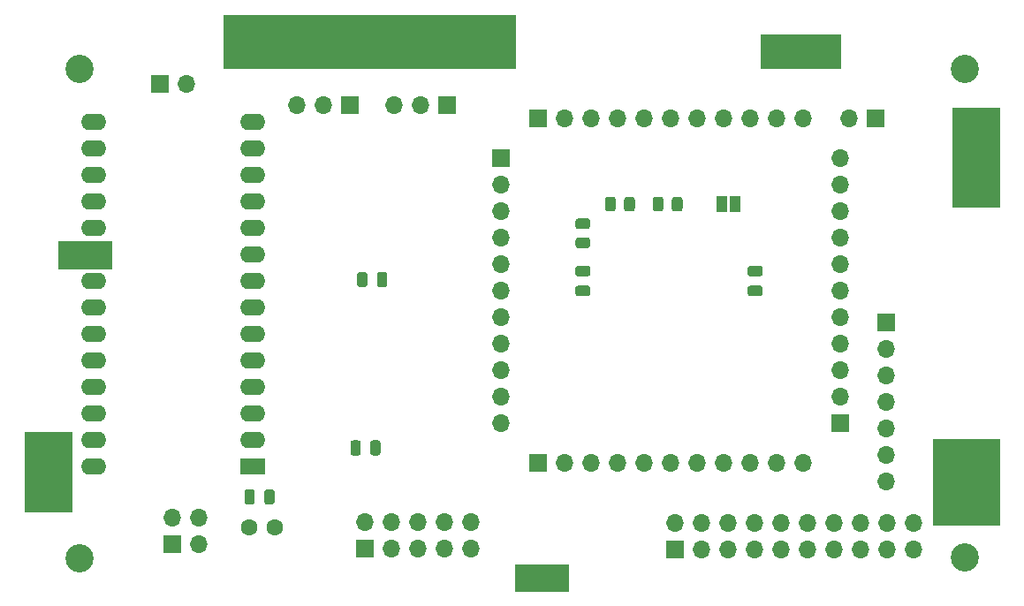
<source format=gbr>
%TF.GenerationSoftware,KiCad,Pcbnew,(5.1.10)-1*%
%TF.CreationDate,2021-06-15T10:47:19-05:00*%
%TF.ProjectId,gd 6502 proto pcb,67642036-3530-4322-9070-726f746f2070,rev?*%
%TF.SameCoordinates,Original*%
%TF.FileFunction,Soldermask,Bot*%
%TF.FilePolarity,Negative*%
%FSLAX46Y46*%
G04 Gerber Fmt 4.6, Leading zero omitted, Abs format (unit mm)*
G04 Created by KiCad (PCBNEW (5.1.10)-1) date 2021-06-15 10:47:19*
%MOMM*%
%LPD*%
G01*
G04 APERTURE LIST*
%ADD10C,0.100000*%
%ADD11C,2.700000*%
%ADD12O,1.700000X1.700000*%
%ADD13R,1.700000X1.700000*%
%ADD14O,2.400000X1.600000*%
%ADD15R,2.400000X1.600000*%
%ADD16R,1.000000X1.500000*%
%ADD17C,1.600000*%
G04 APERTURE END LIST*
D10*
G36*
X208915000Y-64770000D02*
G01*
X201295000Y-64770000D01*
X201295000Y-61595000D01*
X208915000Y-61595000D01*
X208915000Y-64770000D01*
G37*
X208915000Y-64770000D02*
X201295000Y-64770000D01*
X201295000Y-61595000D01*
X208915000Y-61595000D01*
X208915000Y-64770000D01*
G36*
X224155000Y-78105000D02*
G01*
X219710000Y-78105000D01*
X219710000Y-68580000D01*
X224155000Y-68580000D01*
X224155000Y-78105000D01*
G37*
X224155000Y-78105000D02*
X219710000Y-78105000D01*
X219710000Y-68580000D01*
X224155000Y-68580000D01*
X224155000Y-78105000D01*
G36*
X224155000Y-108585000D02*
G01*
X217805000Y-108585000D01*
X217805000Y-100330000D01*
X224155000Y-100330000D01*
X224155000Y-108585000D01*
G37*
X224155000Y-108585000D02*
X217805000Y-108585000D01*
X217805000Y-100330000D01*
X224155000Y-100330000D01*
X224155000Y-108585000D01*
G36*
X182880000Y-114935000D02*
G01*
X177800000Y-114935000D01*
X177800000Y-112395000D01*
X182880000Y-112395000D01*
X182880000Y-114935000D01*
G37*
X182880000Y-114935000D02*
X177800000Y-114935000D01*
X177800000Y-112395000D01*
X182880000Y-112395000D01*
X182880000Y-114935000D01*
G36*
X135255000Y-107315000D02*
G01*
X130810000Y-107315000D01*
X130810000Y-99695000D01*
X135255000Y-99695000D01*
X135255000Y-107315000D01*
G37*
X135255000Y-107315000D02*
X130810000Y-107315000D01*
X130810000Y-99695000D01*
X135255000Y-99695000D01*
X135255000Y-107315000D01*
G36*
X177800000Y-64770000D02*
G01*
X149860000Y-64770000D01*
X149860000Y-59690000D01*
X177800000Y-59690000D01*
X177800000Y-64770000D01*
G37*
X177800000Y-64770000D02*
X149860000Y-64770000D01*
X149860000Y-59690000D01*
X177800000Y-59690000D01*
X177800000Y-64770000D01*
G36*
X139065000Y-84010500D02*
G01*
X133985000Y-84010500D01*
X133985000Y-81407000D01*
X139065000Y-81407000D01*
X139065000Y-84010500D01*
G37*
X139065000Y-84010500D02*
X133985000Y-84010500D01*
X133985000Y-81407000D01*
X139065000Y-81407000D01*
X139065000Y-84010500D01*
D11*
%TO.C,H4*%
X220853000Y-111734600D03*
%TD*%
%TO.C,H3*%
X136050000Y-111760000D03*
%TD*%
%TO.C,He*%
X220853000Y-64897000D03*
%TD*%
%TO.C,H1*%
X136050000Y-64930000D03*
%TD*%
D12*
%TO.C,J1*%
X147510500Y-107886500D03*
X147510500Y-110426500D03*
X144970500Y-107886500D03*
D13*
X144970500Y-110426500D03*
%TD*%
D12*
%TO.C,J10*%
X213360000Y-104394000D03*
X213360000Y-101854000D03*
X213360000Y-99314000D03*
X213360000Y-96774000D03*
X213360000Y-94234000D03*
X213360000Y-91694000D03*
D13*
X213360000Y-89154000D03*
%TD*%
D12*
%TO.C,J2*%
X176403000Y-98806000D03*
X176403000Y-96266000D03*
X176403000Y-93726000D03*
X176403000Y-91186000D03*
X176403000Y-88646000D03*
X176403000Y-86106000D03*
X176403000Y-83566000D03*
X176403000Y-81026000D03*
X176403000Y-78486000D03*
X176403000Y-75946000D03*
D13*
X176403000Y-73406000D03*
%TD*%
D12*
%TO.C,J11*%
X205359000Y-102616000D03*
X202819000Y-102616000D03*
X200279000Y-102616000D03*
X197739000Y-102616000D03*
X195199000Y-102616000D03*
X192659000Y-102616000D03*
X190119000Y-102616000D03*
X187579000Y-102616000D03*
X185039000Y-102616000D03*
X182499000Y-102616000D03*
D13*
X179959000Y-102616000D03*
%TD*%
D12*
%TO.C,J4*%
X205359000Y-69596000D03*
X202819000Y-69596000D03*
X200279000Y-69596000D03*
X197739000Y-69596000D03*
X195199000Y-69596000D03*
X192659000Y-69596000D03*
X190119000Y-69596000D03*
X187579000Y-69596000D03*
X185039000Y-69596000D03*
X182499000Y-69596000D03*
D13*
X179959000Y-69596000D03*
%TD*%
D12*
%TO.C,J3*%
X208915000Y-73406000D03*
X208915000Y-75946000D03*
X208915000Y-78486000D03*
X208915000Y-81026000D03*
X208915000Y-83566000D03*
X208915000Y-86106000D03*
X208915000Y-88646000D03*
X208915000Y-91186000D03*
X208915000Y-93726000D03*
X208915000Y-96266000D03*
D13*
X208915000Y-98806000D03*
%TD*%
D12*
%TO.C,J12*%
X146304000Y-66294000D03*
D13*
X143764000Y-66294000D03*
%TD*%
D14*
%TO.C,U1*%
X137414000Y-102997000D03*
X152654000Y-69977000D03*
X137414000Y-100457000D03*
X152654000Y-72517000D03*
X137414000Y-97917000D03*
X152654000Y-75057000D03*
X137414000Y-95377000D03*
X152654000Y-77597000D03*
X137414000Y-92837000D03*
X152654000Y-80137000D03*
X137414000Y-90297000D03*
X152654000Y-82677000D03*
X137414000Y-87757000D03*
X152654000Y-85217000D03*
X137414000Y-85217000D03*
X152654000Y-87757000D03*
X137414000Y-82677000D03*
X152654000Y-90297000D03*
X137414000Y-80137000D03*
X152654000Y-92837000D03*
X137414000Y-77597000D03*
X152654000Y-95377000D03*
X137414000Y-75057000D03*
X152654000Y-97917000D03*
X137414000Y-72517000D03*
X152654000Y-100457000D03*
X137414000Y-69977000D03*
D15*
X152654000Y-102997000D03*
%TD*%
%TO.C,R3*%
G36*
G01*
X188233000Y-78301001D02*
X188233000Y-77400999D01*
G75*
G02*
X188482999Y-77151000I249999J0D01*
G01*
X189008001Y-77151000D01*
G75*
G02*
X189258000Y-77400999I0J-249999D01*
G01*
X189258000Y-78301001D01*
G75*
G02*
X189008001Y-78551000I-249999J0D01*
G01*
X188482999Y-78551000D01*
G75*
G02*
X188233000Y-78301001I0J249999D01*
G01*
G37*
G36*
G01*
X186408000Y-78301001D02*
X186408000Y-77400999D01*
G75*
G02*
X186657999Y-77151000I249999J0D01*
G01*
X187183001Y-77151000D01*
G75*
G02*
X187433000Y-77400999I0J-249999D01*
G01*
X187433000Y-78301001D01*
G75*
G02*
X187183001Y-78551000I-249999J0D01*
G01*
X186657999Y-78551000D01*
G75*
G02*
X186408000Y-78301001I0J249999D01*
G01*
G37*
%TD*%
%TO.C,R2*%
G36*
G01*
X183826999Y-81045000D02*
X184727001Y-81045000D01*
G75*
G02*
X184977000Y-81294999I0J-249999D01*
G01*
X184977000Y-81820001D01*
G75*
G02*
X184727001Y-82070000I-249999J0D01*
G01*
X183826999Y-82070000D01*
G75*
G02*
X183577000Y-81820001I0J249999D01*
G01*
X183577000Y-81294999D01*
G75*
G02*
X183826999Y-81045000I249999J0D01*
G01*
G37*
G36*
G01*
X183826999Y-79220000D02*
X184727001Y-79220000D01*
G75*
G02*
X184977000Y-79469999I0J-249999D01*
G01*
X184977000Y-79995001D01*
G75*
G02*
X184727001Y-80245000I-249999J0D01*
G01*
X183826999Y-80245000D01*
G75*
G02*
X183577000Y-79995001I0J249999D01*
G01*
X183577000Y-79469999D01*
G75*
G02*
X183826999Y-79220000I249999J0D01*
G01*
G37*
%TD*%
%TO.C,R1*%
G36*
G01*
X192005000Y-77400999D02*
X192005000Y-78301001D01*
G75*
G02*
X191755001Y-78551000I-249999J0D01*
G01*
X191229999Y-78551000D01*
G75*
G02*
X190980000Y-78301001I0J249999D01*
G01*
X190980000Y-77400999D01*
G75*
G02*
X191229999Y-77151000I249999J0D01*
G01*
X191755001Y-77151000D01*
G75*
G02*
X192005000Y-77400999I0J-249999D01*
G01*
G37*
G36*
G01*
X193830000Y-77400999D02*
X193830000Y-78301001D01*
G75*
G02*
X193580001Y-78551000I-249999J0D01*
G01*
X193054999Y-78551000D01*
G75*
G02*
X192805000Y-78301001I0J249999D01*
G01*
X192805000Y-77400999D01*
G75*
G02*
X193054999Y-77151000I249999J0D01*
G01*
X193580001Y-77151000D01*
G75*
G02*
X193830000Y-77400999I0J-249999D01*
G01*
G37*
%TD*%
D16*
%TO.C,JP1*%
X197597000Y-77851000D03*
X198897000Y-77851000D03*
%TD*%
D12*
%TO.C,J9*%
X209804000Y-69596000D03*
D13*
X212344000Y-69596000D03*
%TD*%
D12*
%TO.C,J8*%
X156908500Y-68326000D03*
X159448500Y-68326000D03*
D13*
X161988500Y-68326000D03*
%TD*%
D12*
%TO.C,J7*%
X166179500Y-68326000D03*
X168719500Y-68326000D03*
D13*
X171259500Y-68326000D03*
%TD*%
D12*
%TO.C,J6*%
X173545500Y-108331000D03*
X173545500Y-110871000D03*
X171005500Y-108331000D03*
X171005500Y-110871000D03*
X168465500Y-108331000D03*
X168465500Y-110871000D03*
X165925500Y-108331000D03*
X165925500Y-110871000D03*
X163385500Y-108331000D03*
D13*
X163385500Y-110871000D03*
%TD*%
D12*
%TO.C,J5*%
X215963500Y-108394500D03*
X215963500Y-110934500D03*
X213423500Y-108394500D03*
X213423500Y-110934500D03*
X210883500Y-108394500D03*
X210883500Y-110934500D03*
X208343500Y-108394500D03*
X208343500Y-110934500D03*
X205803500Y-108394500D03*
X205803500Y-110934500D03*
X203263500Y-108394500D03*
X203263500Y-110934500D03*
X200723500Y-108394500D03*
X200723500Y-110934500D03*
X198183500Y-108394500D03*
X198183500Y-110934500D03*
X195643500Y-108394500D03*
X195643500Y-110934500D03*
X193103500Y-108394500D03*
D13*
X193103500Y-110934500D03*
%TD*%
%TO.C,C6*%
G36*
G01*
X183802000Y-85667000D02*
X184752000Y-85667000D01*
G75*
G02*
X185002000Y-85917000I0J-250000D01*
G01*
X185002000Y-86417000D01*
G75*
G02*
X184752000Y-86667000I-250000J0D01*
G01*
X183802000Y-86667000D01*
G75*
G02*
X183552000Y-86417000I0J250000D01*
G01*
X183552000Y-85917000D01*
G75*
G02*
X183802000Y-85667000I250000J0D01*
G01*
G37*
G36*
G01*
X183802000Y-83767000D02*
X184752000Y-83767000D01*
G75*
G02*
X185002000Y-84017000I0J-250000D01*
G01*
X185002000Y-84517000D01*
G75*
G02*
X184752000Y-84767000I-250000J0D01*
G01*
X183802000Y-84767000D01*
G75*
G02*
X183552000Y-84517000I0J250000D01*
G01*
X183552000Y-84017000D01*
G75*
G02*
X183802000Y-83767000I250000J0D01*
G01*
G37*
%TD*%
%TO.C,C5*%
G36*
G01*
X153739000Y-106393000D02*
X153739000Y-105443000D01*
G75*
G02*
X153989000Y-105193000I250000J0D01*
G01*
X154489000Y-105193000D01*
G75*
G02*
X154739000Y-105443000I0J-250000D01*
G01*
X154739000Y-106393000D01*
G75*
G02*
X154489000Y-106643000I-250000J0D01*
G01*
X153989000Y-106643000D01*
G75*
G02*
X153739000Y-106393000I0J250000D01*
G01*
G37*
G36*
G01*
X151839000Y-106393000D02*
X151839000Y-105443000D01*
G75*
G02*
X152089000Y-105193000I250000J0D01*
G01*
X152589000Y-105193000D01*
G75*
G02*
X152839000Y-105443000I0J-250000D01*
G01*
X152839000Y-106393000D01*
G75*
G02*
X152589000Y-106643000I-250000J0D01*
G01*
X152089000Y-106643000D01*
G75*
G02*
X151839000Y-106393000I0J250000D01*
G01*
G37*
%TD*%
%TO.C,C4*%
G36*
G01*
X164534000Y-85565000D02*
X164534000Y-84615000D01*
G75*
G02*
X164784000Y-84365000I250000J0D01*
G01*
X165284000Y-84365000D01*
G75*
G02*
X165534000Y-84615000I0J-250000D01*
G01*
X165534000Y-85565000D01*
G75*
G02*
X165284000Y-85815000I-250000J0D01*
G01*
X164784000Y-85815000D01*
G75*
G02*
X164534000Y-85565000I0J250000D01*
G01*
G37*
G36*
G01*
X162634000Y-85565000D02*
X162634000Y-84615000D01*
G75*
G02*
X162884000Y-84365000I250000J0D01*
G01*
X163384000Y-84365000D01*
G75*
G02*
X163634000Y-84615000I0J-250000D01*
G01*
X163634000Y-85565000D01*
G75*
G02*
X163384000Y-85815000I-250000J0D01*
G01*
X162884000Y-85815000D01*
G75*
G02*
X162634000Y-85565000I0J250000D01*
G01*
G37*
%TD*%
%TO.C,C3*%
G36*
G01*
X200312000Y-85667000D02*
X201262000Y-85667000D01*
G75*
G02*
X201512000Y-85917000I0J-250000D01*
G01*
X201512000Y-86417000D01*
G75*
G02*
X201262000Y-86667000I-250000J0D01*
G01*
X200312000Y-86667000D01*
G75*
G02*
X200062000Y-86417000I0J250000D01*
G01*
X200062000Y-85917000D01*
G75*
G02*
X200312000Y-85667000I250000J0D01*
G01*
G37*
G36*
G01*
X200312000Y-83767000D02*
X201262000Y-83767000D01*
G75*
G02*
X201512000Y-84017000I0J-250000D01*
G01*
X201512000Y-84517000D01*
G75*
G02*
X201262000Y-84767000I-250000J0D01*
G01*
X200312000Y-84767000D01*
G75*
G02*
X200062000Y-84517000I0J250000D01*
G01*
X200062000Y-84017000D01*
G75*
G02*
X200312000Y-83767000I250000J0D01*
G01*
G37*
%TD*%
D17*
%TO.C,C2*%
X154773000Y-108839000D03*
X152273000Y-108839000D03*
%TD*%
%TO.C,C1*%
G36*
G01*
X163899000Y-101694000D02*
X163899000Y-100744000D01*
G75*
G02*
X164149000Y-100494000I250000J0D01*
G01*
X164649000Y-100494000D01*
G75*
G02*
X164899000Y-100744000I0J-250000D01*
G01*
X164899000Y-101694000D01*
G75*
G02*
X164649000Y-101944000I-250000J0D01*
G01*
X164149000Y-101944000D01*
G75*
G02*
X163899000Y-101694000I0J250000D01*
G01*
G37*
G36*
G01*
X161999000Y-101694000D02*
X161999000Y-100744000D01*
G75*
G02*
X162249000Y-100494000I250000J0D01*
G01*
X162749000Y-100494000D01*
G75*
G02*
X162999000Y-100744000I0J-250000D01*
G01*
X162999000Y-101694000D01*
G75*
G02*
X162749000Y-101944000I-250000J0D01*
G01*
X162249000Y-101944000D01*
G75*
G02*
X161999000Y-101694000I0J250000D01*
G01*
G37*
%TD*%
M02*

</source>
